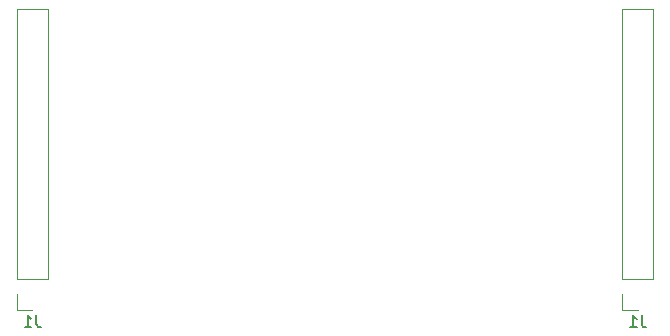
<source format=gbr>
%TF.GenerationSoftware,KiCad,Pcbnew,9.0.2*%
%TF.CreationDate,2025-06-04T00:09:23+07:00*%
%TF.ProjectId,BSPD jadi 1,42535044-206a-4616-9469-20312e6b6963,rev?*%
%TF.SameCoordinates,Original*%
%TF.FileFunction,Legend,Bot*%
%TF.FilePolarity,Positive*%
%FSLAX46Y46*%
G04 Gerber Fmt 4.6, Leading zero omitted, Abs format (unit mm)*
G04 Created by KiCad (PCBNEW 9.0.2) date 2025-06-04 00:09:23*
%MOMM*%
%LPD*%
G01*
G04 APERTURE LIST*
%ADD10C,0.150000*%
%ADD11C,0.120000*%
G04 APERTURE END LIST*
D10*
X56823333Y-130784819D02*
X56823333Y-131499104D01*
X56823333Y-131499104D02*
X56870952Y-131641961D01*
X56870952Y-131641961D02*
X56966190Y-131737200D01*
X56966190Y-131737200D02*
X57109047Y-131784819D01*
X57109047Y-131784819D02*
X57204285Y-131784819D01*
X55823333Y-131784819D02*
X56394761Y-131784819D01*
X56109047Y-131784819D02*
X56109047Y-130784819D01*
X56109047Y-130784819D02*
X56204285Y-130927676D01*
X56204285Y-130927676D02*
X56299523Y-131022914D01*
X56299523Y-131022914D02*
X56394761Y-131070533D01*
X108073333Y-130784819D02*
X108073333Y-131499104D01*
X108073333Y-131499104D02*
X108120952Y-131641961D01*
X108120952Y-131641961D02*
X108216190Y-131737200D01*
X108216190Y-131737200D02*
X108359047Y-131784819D01*
X108359047Y-131784819D02*
X108454285Y-131784819D01*
X107073333Y-131784819D02*
X107644761Y-131784819D01*
X107359047Y-131784819D02*
X107359047Y-130784819D01*
X107359047Y-130784819D02*
X107454285Y-130927676D01*
X107454285Y-130927676D02*
X107549523Y-131022914D01*
X107549523Y-131022914D02*
X107644761Y-131070533D01*
D11*
%TO.C,J1*%
X55160000Y-104810000D02*
X55160000Y-127730000D01*
X55160000Y-130330000D02*
X55160000Y-129000000D01*
X56490000Y-130330000D02*
X55160000Y-130330000D01*
X57820000Y-104810000D02*
X55160000Y-104810000D01*
X57820000Y-104810000D02*
X57820000Y-127730000D01*
X57820000Y-127730000D02*
X55160000Y-127730000D01*
X106410000Y-104810000D02*
X106410000Y-127730000D01*
X106410000Y-130330000D02*
X106410000Y-129000000D01*
X107740000Y-130330000D02*
X106410000Y-130330000D01*
X109070000Y-104810000D02*
X106410000Y-104810000D01*
X109070000Y-104810000D02*
X109070000Y-127730000D01*
X109070000Y-127730000D02*
X106410000Y-127730000D01*
%TD*%
M02*

</source>
